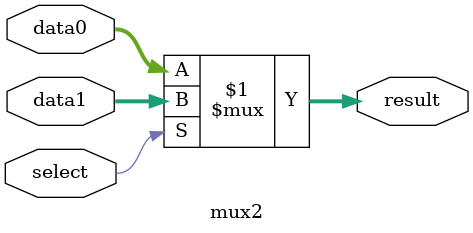
<source format=sv>
`timescale 1ns / 1ps


// 2-to-1 multiplexer
module mux2 #(
  parameter Width = 32
) (
  input        [Width-1:0] data0, data1,
  input                    select,
  output logic [Width-1:0] result
);
  assign result = select ? data1 : data0;
endmodule : mux2

</source>
